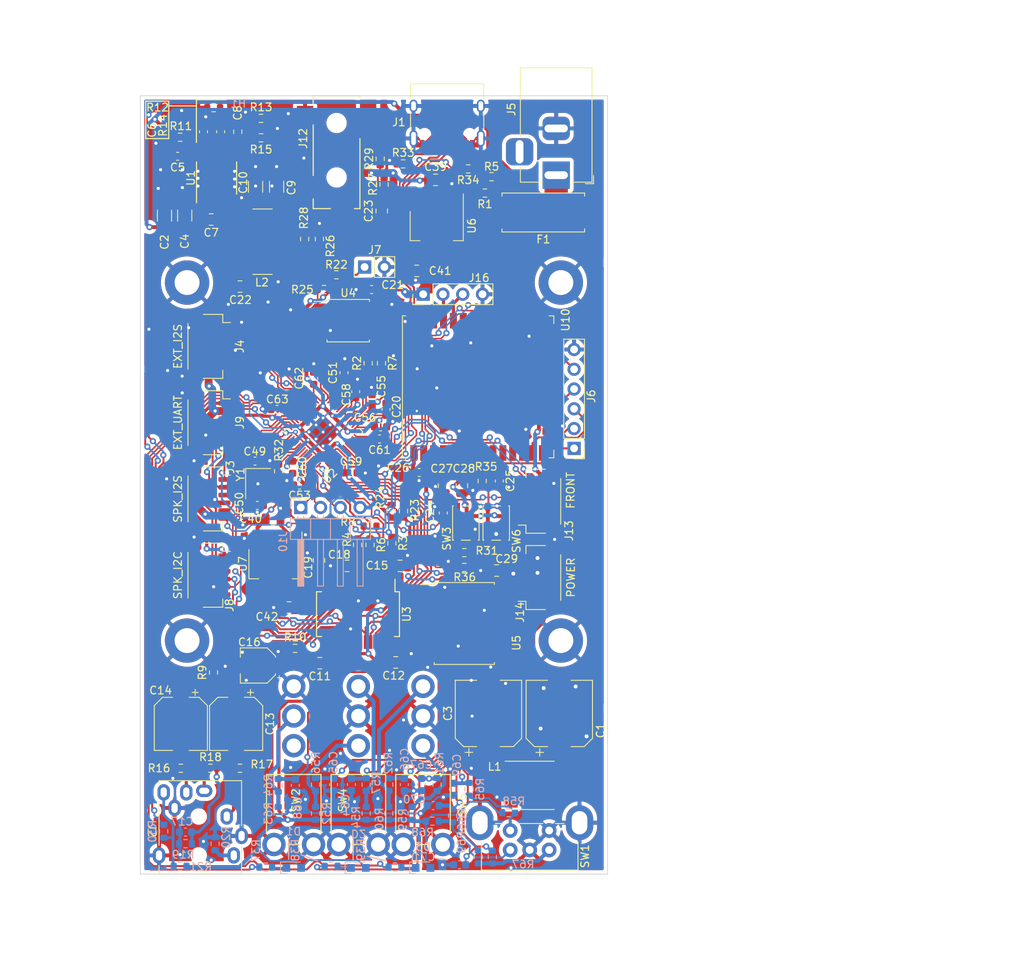
<source format=kicad_pcb>
(kicad_pcb (version 20211014) (generator pcbnew)

  (general
    (thickness 1.6)
  )

  (paper "A4")
  (layers
    (0 "F.Cu" signal)
    (31 "B.Cu" signal)
    (32 "B.Adhes" user "B.Adhesive")
    (33 "F.Adhes" user "F.Adhesive")
    (34 "B.Paste" user)
    (35 "F.Paste" user)
    (36 "B.SilkS" user "B.Silkscreen")
    (37 "F.SilkS" user "F.Silkscreen")
    (38 "B.Mask" user)
    (39 "F.Mask" user)
    (40 "Dwgs.User" user "User.Drawings")
    (41 "Cmts.User" user "User.Comments")
    (42 "Eco1.User" user "User.Eco1")
    (43 "Eco2.User" user "User.Eco2")
    (44 "Edge.Cuts" user)
    (45 "Margin" user)
    (46 "B.CrtYd" user "B.Courtyard")
    (47 "F.CrtYd" user "F.Courtyard")
    (48 "B.Fab" user)
    (49 "F.Fab" user)
  )

  (setup
    (stackup
      (layer "F.SilkS" (type "Top Silk Screen"))
      (layer "F.Paste" (type "Top Solder Paste"))
      (layer "F.Mask" (type "Top Solder Mask") (color "Green") (thickness 0.01))
      (layer "F.Cu" (type "copper") (thickness 0.035))
      (layer "dielectric 1" (type "core") (thickness 1.51) (material "FR4") (epsilon_r 4.5) (loss_tangent 0.02))
      (layer "B.Cu" (type "copper") (thickness 0.035))
      (layer "B.Mask" (type "Bottom Solder Mask") (color "Green") (thickness 0.01))
      (layer "B.Paste" (type "Bottom Solder Paste"))
      (layer "B.SilkS" (type "Bottom Silk Screen"))
      (copper_finish "None")
      (dielectric_constraints no)
    )
    (pad_to_mask_clearance 0)
    (pcbplotparams
      (layerselection 0x00010fc_ffffffff)
      (disableapertmacros false)
      (usegerberextensions false)
      (usegerberattributes true)
      (usegerberadvancedattributes true)
      (creategerberjobfile true)
      (svguseinch false)
      (svgprecision 6)
      (excludeedgelayer true)
      (plotframeref false)
      (viasonmask false)
      (mode 1)
      (useauxorigin false)
      (hpglpennumber 1)
      (hpglpenspeed 20)
      (hpglpendiameter 15.000000)
      (dxfpolygonmode true)
      (dxfimperialunits true)
      (dxfusepcbnewfont true)
      (psnegative false)
      (psa4output false)
      (plotreference true)
      (plotvalue true)
      (plotinvisibletext false)
      (sketchpadsonfab false)
      (subtractmaskfromsilk false)
      (outputformat 1)
      (mirror false)
      (drillshape 1)
      (scaleselection 1)
      (outputdirectory "")
    )
  )

  (net 0 "")
  (net 1 "/Power Supply/19V_ANALOG")
  (net 2 "/Processor/~{RST}")
  (net 3 "/Processor/SWCLK")
  (net 4 "/Front/MIC2")
  (net 5 "/Front/MIC1")
  (net 6 "+5V")
  (net 7 "/Processor/SWDIO")
  (net 8 "/Front/BT2")
  (net 9 "/Front/BT1")
  (net 10 "GND")
  (net 11 "Net-(R58-Pad2)")
  (net 12 "Net-(R59-Pad2)")
  (net 13 "/Front/PWR")
  (net 14 "Net-(C1-Pad1)")
  (net 15 "/Front/ENC_SW")
  (net 16 "Net-(C5-Pad1)")
  (net 17 "Net-(C6-Pad1)")
  (net 18 "Net-(C7-Pad1)")
  (net 19 "Net-(C7-Pad2)")
  (net 20 "Net-(C8-Pad1)")
  (net 21 "+3.3VA")
  (net 22 "Net-(F1-Pad2)")
  (net 23 "/Front/ENC_A")
  (net 24 "/Front/ENC_B")
  (net 25 "Net-(R11-Pad1)")
  (net 26 "Net-(R13-Pad1)")
  (net 27 "+3V3")
  (net 28 "Net-(C22-Pad1)")
  (net 29 "Net-(C50-Pad2)")
  (net 30 "Net-(R52-Pad2)")
  (net 31 "Net-(R54-Pad2)")
  (net 32 "Net-(C23-Pad1)")
  (net 33 "Net-(R60-Pad2)")
  (net 34 "Net-(R63-Pad2)")
  (net 35 "Net-(R66-Pad2)")
  (net 36 "Net-(R67-Pad2)")
  (net 37 "/Headphone Amplifier/HP_DETECT")
  (net 38 "Net-(C11-Pad1)")
  (net 39 "Net-(C13-Pad1)")
  (net 40 "Net-(C13-Pad2)")
  (net 41 "Net-(C14-Pad1)")
  (net 42 "Net-(C14-Pad2)")
  (net 43 "Net-(C16-Pad1)")
  (net 44 "Net-(C16-Pad2)")
  (net 45 "Net-(J2-PadR2)")
  (net 46 "Net-(J2-PadS)")
  (net 47 "Net-(R3-Pad2)")
  (net 48 "Net-(R4-Pad2)")
  (net 49 "Net-(R6-Pad2)")
  (net 50 "Net-(R8-Pad2)")
  (net 51 "Net-(R9-Pad2)")
  (net 52 "Net-(R10-Pad2)")
  (net 53 "+1V1")
  (net 54 "/Processor/USB_DETECT")
  (net 55 "/Processor/USB_DM")
  (net 56 "/Processor/USB_DP")
  (net 57 "Net-(U2-Pad51)")
  (net 58 "Net-(U2-Pad53)")
  (net 59 "Net-(U2-Pad54)")
  (net 60 "Net-(U2-Pad55)")
  (net 61 "Net-(J7-Pad1)")
  (net 62 "Net-(C49-Pad2)")
  (net 63 "Net-(U2-Pad52)")
  (net 64 "Net-(C22-Pad2)")
  (net 65 "Net-(C23-Pad2)")
  (net 66 "Net-(J12-PadR)")
  (net 67 "Net-(J12-PadT)")
  (net 68 "Net-(R22-Pad2)")
  (net 69 "Net-(J1-PadA4)")
  (net 70 "Net-(J1-PadA6)")
  (net 71 "Net-(J1-PadA7)")
  (net 72 "Net-(J1-PadA5)")
  (net 73 "Net-(J1-PadB5)")
  (net 74 "Net-(R32-Pad2)")
  (net 75 "unconnected-(J1-PadA8)")
  (net 76 "unconnected-(J1-PadB8)")
  (net 77 "unconnected-(J3-Pad3)")
  (net 78 "unconnected-(J5-Pad3)")
  (net 79 "unconnected-(J12-PadRN)")
  (net 80 "unconnected-(J12-PadTN)")
  (net 81 "/Processor/FRONT_SCL")
  (net 82 "/Processor/FRONT_SDA")
  (net 83 "/Processor/IR")
  (net 84 "/Headphone Amplifier/SDO")
  (net 85 "unconnected-(SW2-Pad1)")
  (net 86 "unconnected-(U3-Pad2)")
  (net 87 "/Headphone Amplifier/SDI")
  (net 88 "unconnected-(U3-Pad19)")
  (net 89 "unconnected-(U3-Pad20)")
  (net 90 "unconnected-(U3-Pad26)")
  (net 91 "unconnected-(U10-Pad4)")
  (net 92 "unconnected-(U10-Pad5)")
  (net 93 "unconnected-(U10-Pad6)")
  (net 94 "unconnected-(U10-Pad7)")
  (net 95 "unconnected-(U10-Pad8)")
  (net 96 "unconnected-(U10-Pad9)")
  (net 97 "unconnected-(U10-Pad10)")
  (net 98 "unconnected-(U10-Pad11)")
  (net 99 "unconnected-(U10-Pad12)")
  (net 100 "unconnected-(U10-Pad17)")
  (net 101 "unconnected-(U10-Pad18)")
  (net 102 "unconnected-(U10-Pad19)")
  (net 103 "unconnected-(U10-Pad20)")
  (net 104 "unconnected-(U10-Pad21)")
  (net 105 "unconnected-(U10-Pad22)")
  (net 106 "unconnected-(U10-Pad24)")
  (net 107 "unconnected-(U10-Pad25)")
  (net 108 "unconnected-(U10-Pad26)")
  (net 109 "unconnected-(U10-Pad29)")
  (net 110 "unconnected-(U10-Pad32)")
  (net 111 "/Wireless/~{RESET}")
  (net 112 "/Wireless/TDO")
  (net 113 "/Wireless/TCK")
  (net 114 "/Wireless/TDI")
  (net 115 "/Wireless/TMS")
  (net 116 "/Wireless/DEBUG_RXD")
  (net 117 "/Wireless/DEBUG_TXD")
  (net 118 "/Processor/WIFI_I2S_SDO")
  (net 119 "/Processor/WIFI_TX")
  (net 120 "/Processor/WIFI_RX")
  (net 121 "/Processor/WIFI_I2S_SDI")
  (net 122 "/Processor/SPK_SDO")
  (net 123 "/Processor/EXT_WS")
  (net 124 "/Processor/EXT_SDO")
  (net 125 "/Processor/EXT_SDI")
  (net 126 "/Processor/EXT_CK")
  (net 127 "/Processor/~{SPK_SD}")
  (net 128 "/Processor/~{SPK_FAULT}")
  (net 129 "/Headphone Amplifier/WS")
  (net 130 "/Processor/~{EXT_IRQ}")
  (net 131 "/Headphone Amplifier/MCLK")
  (net 132 "/Headphone Amplifier/CK")
  (net 133 "/Headphone Amplifier/SCL")
  (net 134 "/Headphone Amplifier/SDA")
  (net 135 "/Processor/~{IO_IRQ}")
  (net 136 "unconnected-(U2-Pad18)")
  (net 137 "Net-(D1-Pad1)")
  (net 138 "/Front/~{PWR_LED}")
  (net 139 "Net-(D2-Pad1)")
  (net 140 "/Front/~{MIC_LED}")
  (net 141 "Net-(D3-Pad1)")
  (net 142 "/Front/~{RADIO_LED}")
  (net 143 "unconnected-(U2-Pad7)")
  (net 144 "Net-(R30-Pad2)")

  (footprint "Resistor_SMD:R_0603_1608Metric" (layer "F.Cu") (at 219.25 42.5 180))

  (footprint "Resistor_SMD:R_0603_1608Metric" (layer "F.Cu") (at 220.1 40.4 180))

  (footprint "Resistor_SMD:R_0603_1608Metric" (layer "F.Cu") (at 205.966039 64.367379 90))

  (footprint "Resistor_SMD:R_0603_1608Metric" (layer "F.Cu") (at 204.255297 64.367379 90))

  (footprint "Package_SO:Diodes_SO-8EP" (layer "F.Cu") (at 184.79 40.57 90))

  (footprint "Connector_BarrelJack:BarrelJack_Horizontal" (layer "F.Cu") (at 228.4 40.2 -90))

  (footprint "Capacitor_SMD:C_0603_1608Metric" (layer "F.Cu") (at 179.79 37.77 180))

  (footprint "Capacitor_SMD:C_0805_2012Metric" (layer "F.Cu") (at 184.1 45.9 180))

  (footprint "Resistor_SMD:R_0603_1608Metric" (layer "F.Cu") (at 180.11 35.33 180))

  (footprint "Resistor_SMD:R_0603_1608Metric" (layer "F.Cu") (at 184.41 31.53 180))

  (footprint "Resistor_SMD:R_0603_1608Metric" (layer "F.Cu") (at 190.5 32.9))

  (footprint "Resistor_SMD:R_0603_1608Metric" (layer "F.Cu") (at 187.51 34.63 90))

  (footprint "Resistor_SMD:R_0603_1608Metric" (layer "F.Cu") (at 190.5 35.4))

  (footprint "Capacitor_SMD:CP_Elec_8x10" (layer "F.Cu") (at 228.8 109.365 90))

  (footprint "Capacitor_SMD:C_1206_3216Metric" (layer "F.Cu") (at 178.1 45.4 90))

  (footprint "Capacitor_SMD:CP_Elec_8x10" (layer "F.Cu") (at 219.7 109.3575 90))

  (footprint "Capacitor_SMD:C_1206_3216Metric" (layer "F.Cu") (at 180.7 45.4 90))

  (footprint "Inductor_SMD:L_Bourns-SRN8040_8x8.15mm" (layer "F.Cu") (at 190.7 48.75 180))

  (footprint "Inductor_SMD:L_Taiyo-Yuden_NR-60xx" (layer "F.Cu") (at 225 118.6))

  (footprint "Package_TO_SOT_SMD:SOT-223-3_TabPin2" (layer "F.Cu") (at 213.06 46.71 -90))

  (footprint "Button_Switch_SMD:SW_SPST_PTS810" (layer "F.Cu") (at 216.8 84.9 -90))

  (footprint "Resistor_SMD:R_0603_1608Metric" (layer "F.Cu") (at 202.9 87.7 -90))

  (footprint "Capacitor_SMD:C_0603_1608Metric" (layer "F.Cu") (at 213.9 83.6 90))

  (footprint "Capacitor_SMD:C_0805_2012Metric" (layer "F.Cu") (at 212.91 40.81))

  (footprint "HackAmp-Footprints:Jack_3.5mm_Switchcraft_35RASMT4BHNTRX_Horizontal" (layer "F.Cu") (at 200.2 37))

  (footprint "Capacitor_SMD:CP_Elec_4x5.4" (layer "F.Cu") (at 190.1 103.2 180))

  (footprint "Resistor_SMD:R_0603_1608Metric" (layer "F.Cu") (at 184 116.4))

  (footprint "Resistor_SMD:R_0603_1608Metric" (layer "F.Cu") (at 204.5 87.7 -90))

  (footprint "Resistor_SMD:R_0603_1608Metric" (layer "F.Cu") (at 208.75 38.75))

  (footprint "Connector_JST:JST_SH_SM06B-SRSS-TB_1x06-1MP_P1.00mm_Horizontal" (layer "F.Cu") (at 226.3 91.9 90))

  (footprint "Package_SO:SOIC-8_5.23x5.23mm_P1.27mm" (layer "F.Cu") (at 201.694641 58.895481))

  (footprint "Connector_JST:JST_SH_SM06B-SRSS-TB_1x06-1MP_P1.00mm_Horizontal" (layer "F.Cu") (at 226.3 82.1 90))

  (footprint "Capacitor_SMD:C_0603_1608Metric" (layer "F.Cu") (at 201.155297 65.592379 90))

  (footprint "Capacitor_SMD:C_0603_1608Metric" (layer "F.Cu") (at 221.1 79.5 -90))

  (footprint "Connector_JST:JST_SH_SM06B-SRSS-TB_1x06-1MP_P1.00mm_Horizontal" (layer "F.Cu") (at 183.8 62.2 -90))

  (footprint "Capacitor_SMD:CP_Elec_6.3x7.7" (layer "F.Cu") (at 180.2 110.7 -90))

  (footprint "Resistor_SMD:R_0603_1608Metric" (layer "F.Cu") (at 198.594641 54.895481 180))

  (footprint "Capacitor_SMD:C_1206_3216Metric" (layer "F.Cu") (at 189.8 41.7 90))

  (footprint "Capacitor_SMD:C_0603_1608Metric" (layer "F.Cu") (at 204.755297 69.192379 90))

  (footprint "Package_SO:SSOP-28_5.3x10.2mm_P0.65mm" (layer "F.Cu") (at 202.95 96.6 -90))

  (footprint "Capacitor_SMD:CP_Elec_6.3x7.7" (layer "F.Cu") (at 187.3 110.7 -90))

  (footprint "Resistor_SMD:R_0603_1608Metric" (layer "F.Cu") (at 205.8 38.1 90))

  (footprint "HackAmp-Footprints:SW_Lever_1P2T_E-Switch_SP1T2B4M7QE" (layer "F.Cu") (at 194.7 113.5))

  (footprint "Resistor_SMD:R_0603_1608Metric" (layer "F.Cu") (at 198 48.4 90))

  (footprint "Capacitor_SMD:C_1206_3216Metric" (layer "F.Cu") (at 192.5 41.7 90))

  (footprint "Capacitor_SMD:C_0603_1608Metric" (layer "F.Cu") (at 194.555297 77.725 -90))

  (footprint "MCU_RaspberryPi_and_Boards:RP2040-QFN-56" (layer "F.Cu")
    (tedit 5EF32B43) (tstamp 60164efe-4275-48d1-ad58-9446f46427bf)
    (at 198.466039 73.192379 -45)
    (descr "QFN, 56 Pin (http://www.cypress.com/file/416486/download#page=40), generated with kicad-footprint-generator ipc_dfn_qfn_generator.py")
    (tags "QFN DFN_QFN")
    (property "Sheetfile" "processor.kicad_sch")
    (property "Sheetname" "Processor")
    (path "/00000000-0000-0000-0000-00005fa5bd7a/b6beb670-b626-4429-89e9-5ddebedb9724")
    (attr smd)
    (fp_text reference "U2" (at 4.625597 3.375487 225) (layer "F.SilkS")
      (effects (font (size 1 1) (thickness 0.15)))
      (tstamp 75822685-2581-4e84-a25b-8b20c019970c)
    )
    (fp_text value "RP2040" (at 0 -2.4 135) (layer "F.Fab")
      (effects (font (size 1 1) (thickness 0.15)))
      (tstamp 8fb54454-6056-4ddf-80ee-51a0f272b8ef)
    )
    (fp_text user "${REFERENCE}" (at 0 0 135) (layer "F.Fab")
      (effects (font (size 1 1) (thickness 0.15)))
      (tstamp a7a65334-57aa-4632-8f95-0c06fdae036d)
    )
    (fp_line (start 2.96 3.61) (end 3.61 3.61) (layer "F.SilkS") (width 0.12) (tstamp 35a2421f-527e-4433-9ba7-95fcc6e70f00))
    (fp_line (start -2.96 3.61) (end -3.61 3.61) (layer "F.SilkS") (width 0.12) (tstamp 3afa41f0-d3c9-4341-82c9-1316ea89aca3))
    (fp_line (start -2.96 -3.61) (end -3.61 -3.61) (layer "F.SilkS") (width 0.12) (tstamp 3dbad5dc-2f45-4a01-8137-04fa9ba7a264))
    (fp_line (start 3.61 -3.61) (end 3.61 -2.96) (layer "F.SilkS") (width 0.12) (tstamp 6fb69a9a-c725-4f9e-9954-62e977ec6434))
    (fp_line (start 3.61 3.61) (end 3.61 2.96) (layer "F.SilkS") (width 0.12) (tstamp a4ab3be4-4c7d-4efc-97c0-df50959a14aa))
    (fp_line (start -3.61 3.61) (end -3.61 2.96) (layer "F.SilkS") (width 0.12) (tstamp c884a9f5-f845-4103-91bc-8c5296de7874))
    (fp_line (start 2.96 -3.61) (end 3.61 -3.61) (layer "F.SilkS") (width 0.12) (tstamp da443f03-99a2-4d7a-a99f-16bbaf32c18e))
    (fp_line (start -4.12 -4.12) (end -4.12 4.12) (layer "F.CrtYd") (width 0.05) (tstamp 65938115-b6f4-46b6-9272-f14ff1c44d44))
    (fp_line (start -4.12 4.12) (end 4.12 4.12) (layer "F.CrtYd") (width 0.05) (tstamp 930122db-77b7-410e-91ed-3dec16d31bbf))
    (fp_line (start 4.12 4.12) (end 4.12 -4.12) (layer "F.CrtYd") (width 0.05) (tstamp a32ae849-08e2-4a3e-a42e-ebd2b51fc25b))
    (fp_line (start 4.12 -4.12) (end -4.12 -4.12) (layer "F.CrtYd") (width 0.05) (tstamp f4e1fda7-554d-4b21-9472-7fb82b0ce369))
    (fp_line (start -3.5 3.5) (end -3.5 -2.5) (layer "F.Fab") (width 0.1) (tstamp 328abc1b-070a-4109-977c-70cf484269ec))
    (fp_line (start 3.5 -3.5) (end 3.5 3.5) (layer "F.Fab") (width 0.1) (tstamp 8499a561-0bd3-4a61-aab4-775c0b686e53))
    (fp_line (start 3.5 3.5) (end -3.5 3.5) (layer "F.Fab") (width 0.1) (tstamp 8f232289-8515-400f-bf9f-8e60568f3cab))
    (fp_line (start -3.5 -2.5) (end -2.5 -3.5) (layer "F.Fab") (width 0.1) (tstamp e8c6745f-8c76-437c-b3dc-46760e053333))
    (fp_line (start -2.5 -3.5) (end 3.5 -3.5) (layer "F.Fab") (width 0.1) (tstamp f31c19e2-e000-46ed-9955-0a0765afae39))
    (pad "" smd roundrect locked (at -0.6375 0.6375 315) (size 1.084435 1.084435) (layers "F.Paste") (roundrect_rratio 0.230535) (tstamp 031202e0-c91f-4f5b-a641-3676006be581))
    (pad "" smd roundrect locked (at -0.6375 -0.6375 315) (size 1.084435 1.084435) (layers "F.Paste") (roundrect_rratio 0.230535) (tstamp addc1310-57da-42bb-9438-27376dc5d56f))
    (pad "" smd roundrect locked (at 0.6375 0.6375 315) (size 1.084435 1.084435) (layers "F.Paste") (roundrect_rratio 0.230535) (tstamp cfb7ed41-f264-4859-9b45-2dc9293294ff))
    (pad "" smd roundrect locked (at 0.6375 -0.6375 315) (size 1.084435 1.084435) (layers "F.Paste") (roundrect_rratio 0.230535) (tstamp f01fdf59-2469-4c57-9f35-6301d2c9d054))
    (pad "1" smd roundrect locked (at -3.4375 -2.6 315) (size 0.875 0.2) (layers "F.Cu" "F.Paste" "F.Mask") (roundrect_rratio 0.25)
      (net 27 "+3V3") (pinfunction "IOVDD") (pintype "power_in") (tstamp e8dff13e-7147-4ece-95ff-15c0bc1ac160))
    (pad "2" smd roundrect locked (at -3.4375 -2.2 315) (size 0.875 0.2) (layers "F.Cu" "F.Paste" "F.Mask") (roundrect_rratio 0.25)
      (net 54 "/Processor/USB_DETECT") (pinfunction "GPIO0") (pintype "bidirectional") (tstamp 8cec9419-6b82-46b9-ab7e-5d3a9a58a9ef))
    (pad "3" smd roundrect locked (at -3.4375 -1.8 315) (size 0.875 0.2) (layers "F.Cu" "F.Paste" "F.Mask") (roundrect_rratio 0.25)
      (net 123 "/Processor/EXT_WS") (pinfunction "GPIO1") (pintype "bidirectional") (tstamp d1a2758e-21c9-4cce-9b40-8c56a41d8477))
    (pad "4" smd roundrect locked (at -3.4375 -1.4 315) (size 0.875 0.2) (layers "F.Cu" "F.Paste" "F.Mask") (roundrect_rratio 0.25)
      (net 126 "/Processor/EXT_CK") (pinfunction "GPIO2") (pintype "bidirectional") (tstamp 9771224d-c993-4bb1-a1d3-2910ff54c6bd))
    (pad "5" smd roundrect locked (at -3.4375 -1 315) (size 0.875 0.2) (layers "F.Cu" "F.Paste" "F.Mask") (roundrect_rratio 0.25)
      (net 124 "/Processor/EXT_SDO") (pinfunction "GPIO3") (pintype "bidirectional") (tstamp fbabf06e-5209-4b70-9869-98ae43e840d9))
    (pad "6" smd roundrect locked (at -3.4375 -0.6 315) (size 0.875 0.2) (layers "F.Cu" "F.Paste" "F.Mask") (roundrect_rratio 0.25)
      (net 125 "/Processor/EXT_SDI") (pinfunction "GPIO4") (pintype "bidirectional") (tstamp db85d999-cca2-4250-bd57-8eb26f7bc0ad))
    (pad "7" smd roundrect locked (at -3.4375 -0.2 315) (size 0.875 0.2) (layers "F.Cu" "F.Paste" "F.Mask") (roundrect_rratio 0.25)
      (net 143 "unconnected-(U2-Pad7)") (pinfunction "GPIO5") (pintype "bidirectional+no_connect") (tstamp e55681ba-5eea-4390-8574-7c165f5dd9b8))
    (pad "8" smd roundrect locked (at -3.4375 0.2 315) (size 0.875 0.2) (layers "F.Cu" "F.Paste" "F.Mask") (roundrect_rratio 0.25)
      (net 138 "/Front/~{PWR_LED}") (pinfunction "GPIO6") (pintype "bidirectional") (tstamp 7a780c60-0238-4fdd-b982-0d16383bd993))
    (pad "9" smd roundrect locked (at -3.4375 0.6 315) (size 0.875 0.2) (layers "F.Cu" "F.Paste" "F.Mask") (roundrect_rratio 0.25)
      (net 142 "/Front/~{RADIO_LED}") (pinfunction "GPIO7") (pintype "bidirectional") (tstamp 2658155d-d473-4b0e-b536-2ef25bfdfe81))
    (pad "10" smd roundrect locked (at -3.4375 1 315) (size 0.875 0.2) (layers "F.Cu" "F.Paste" "F.Mask") (roundrect_rratio 0.25)
      (net 27 "+3V3") (pinfunction "IOVDD") (pintype "power_in") (tstamp 98c27c24-555b-46ad-8629-9f53fe845753))
    (pad "11" smd roundrect locked (at -3.4375 1.4 315) (size 0.875 0.2) (layers "F.Cu" "F.Paste" "F.Mask") (roundrect_rratio 0.25)
      (net 144 "Net-(R30-Pad2)") (pinfunction "GPIO8") (pintype "bidirectional") (tstamp a33c906a-dce0-4d4c-89c9-3ae4b6939b44))
    (pad "12" smd roundrect locked (at -3.4375 1.8 315) (size 0.875 0.2) (layers "F.Cu" "F.Paste" "F.Mask") (roundrect_rratio 0.25)
      (net 130 "/Processor/~{EXT_IRQ}") (pinfunction "GPIO9") (pintype "bidirectional") (tstamp 2dc498b9-03f0-424e-b397-d6e97509f98d))
    (pad "13" smd roundrect locked (at -3.4375 2.2 315) (size 0.875 0.2) (layers "F.Cu" "F.Paste" "F.Mask") (roundrect_rratio 0.25)
      (net 122 "/Processor/SPK_SDO") (pinfunction "GPIO10") (pintype "bidirectional") (tstamp 3a5279bf-6e2d-4e8b-974e-e12d7cee61e5))
    (pad "14" smd roundrect locked (at -3.4375 2.6 315) (size 0.875 0.2) (layers "F.Cu" "F.Paste" "F.Mask") (roundrect_rratio 0.25)
      (net 129 "/Headphone Amplifier/WS") (pinfunction "GPIO11") (pintype "bidirectional") (tstamp b4973a33-3cf5-40f8-81bf-36d1cef6e88b))
    (pad "15" smd roundrect locked (at -2.6 3.4375 315) (size 0.2 0.875) (layers "F.Cu" "F.Paste" "F.Mask") (roundrect_rratio 0.25)
      (net 132 "/Headphone Amplifier/CK") (pinfunction "GPIO12") (pintype "bidirectional") (tstamp 727d7dc0-eeb1-4dea-b2b7-f1f20edfd07f))
    (pad "16" smd roundrect locked (at -2.2 3.4375 315) (size 0.2 0.875) (layers "F.Cu" "F.Paste" "F.Mask") (roundrect_rratio 0.25)
      (net 127 "/Processor/~{SPK_SD}") (pinfunction "GPIO13") (pintype "bidirectional") (tstamp 30920015-88b9-4f54-ac54-4c8227d0ee0a))
    (pad "17" s
... [1721616 chars truncated]
</source>
